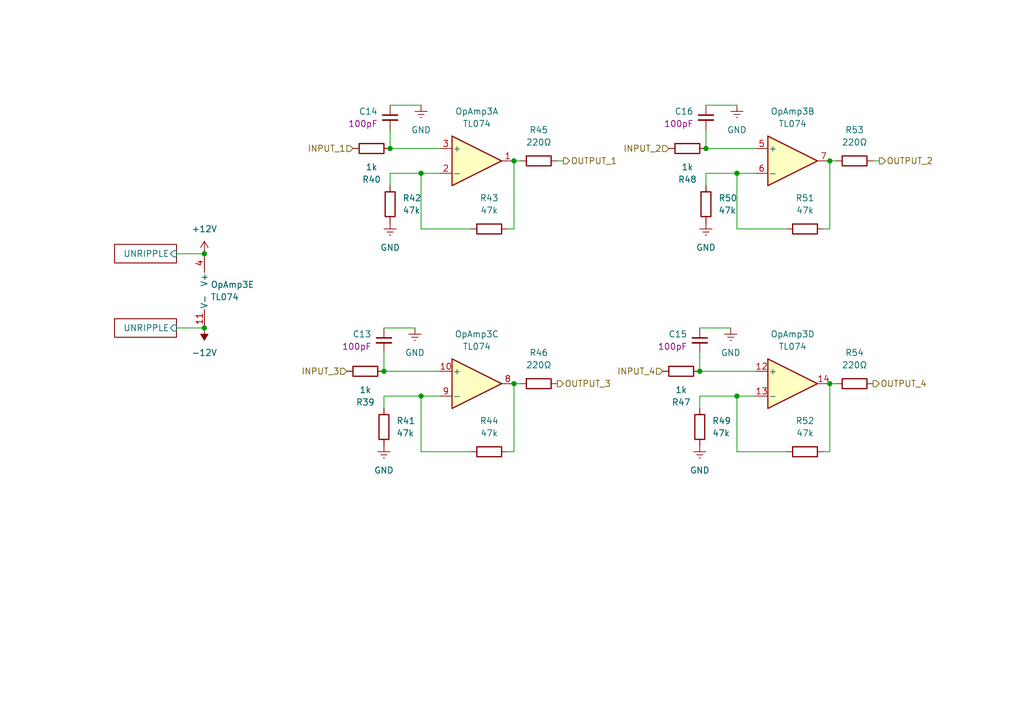
<source format=kicad_sch>
(kicad_sch (version 20250114) (generator "eeschema") (generator_version "9.0")
  (paper "A5")
  (title_block (title "MasterOfMuppets") (rev "0.0.0") (company "y3i12"))
  (lib_symbols
    (symbol "Amplifier_Operational:TL074" (pin_names (offset 0.127))
      (property "Reference" "U" (at 0 5.08 0))
      (property "Value" "TL074" (at 0 -5.08 0))
      (symbol "TL074_1_1"
        (polyline (pts (xy -5.08 5.08) (xy 5.08 0) (xy -5.08 -5.08) (xy -5.08 5.08)) (stroke (width 0.254)) (fill (type background)))
        (pin input line (at -7.62 2.54 0) (length 2.54) (name "+") (number "3"))
        (pin input line (at -7.62 -2.54 0) (length 2.54) (name "-") (number "2"))
        (pin output line (at 7.62 0 180) (length 2.54) (name "~") (number "1"))
      )
      (symbol "TL074_2_1"
        (polyline (pts (xy -5.08 5.08) (xy 5.08 0) (xy -5.08 -5.08) (xy -5.08 5.08)) (stroke (width 0.254)) (fill (type background)))
        (pin input line (at -7.62 2.54 0) (length 2.54) (name "+") (number "5"))
        (pin input line (at -7.62 -2.54 0) (length 2.54) (name "-") (number "6"))
        (pin output line (at 7.62 0 180) (length 2.54) (name "~") (number "7"))
      )
      (symbol "TL074_3_1"
        (polyline (pts (xy -5.08 5.08) (xy 5.08 0) (xy -5.08 -5.08) (xy -5.08 5.08)) (stroke (width 0.254)) (fill (type background)))
        (pin input line (at -7.62 2.54 0) (length 2.54) (name "+") (number "10"))
        (pin input line (at -7.62 -2.54 0) (length 2.54) (name "-") (number "9"))
        (pin output line (at 7.62 0 180) (length 2.54) (name "~") (number "8"))
      )
      (symbol "TL074_4_1"
        (polyline (pts (xy -5.08 5.08) (xy 5.08 0) (xy -5.08 -5.08) (xy -5.08 5.08)) (stroke (width 0.254)) (fill (type background)))
        (pin input line (at -7.62 2.54 0) (length 2.54) (name "+") (number "12"))
        (pin input line (at -7.62 -2.54 0) (length 2.54) (name "-") (number "13"))
        (pin output line (at 7.62 0 180) (length 2.54) (name "~") (number "14"))
      )
      (symbol "TL074_5_1"
        (pin power_in line (at -2.54 7.62 270) (length 3.81) (name "V+") (number "4"))
        (pin power_in line (at -2.54 -7.62 90) (length 3.81) (name "V-") (number "11"))
      )
    )
    (symbol "Device:R" (pin_numbers (hide yes)) (pin_names (offset 0))
      (property "Reference" "R" (at 2.032 0 90))
      (property "Value" "R" (at 0 0 90))
      (symbol "R_0_1"
        (rectangle (start -1.016 -2.54) (end 1.016 2.54) (stroke (width 0.254)))
      )
      (symbol "R_1_1"
        (pin passive line (at 0 3.81 270) (length 1.27) (name "~") (number "1"))
        (pin passive line (at 0 -3.81 90) (length 1.27) (name "~") (number "2"))
      )
    )
    (symbol "PCM_4ms_Capacitor:100pF_0603_50V" (pin_numbers (hide yes)) (pin_names (offset 0.254) (hide yes))
      (property "Reference" "C" (at 1.905 1.27 0))
      (property "Display" "100pF" (at 1.905 -1.27 0))
      (symbol "100pF_0603_50V_0_1"
        (polyline (pts (xy -1.524 0.508) (xy 1.524 0.508)) (stroke (width 0.3048)))
        (polyline (pts (xy -1.524 -0.508) (xy 1.524 -0.508)) (stroke (width 0.3302)))
      )
      (symbol "100pF_0603_50V_1_1"
        (pin passive line (at 0 2.54 270) (length 2.032) (name "~") (number "1"))
        (pin passive line (at 0 -2.54 90) (length 2.032) (name "~") (number "2"))
      )
    )
    (symbol "power:+12V" (power) (pin_numbers (hide yes)) (pin_names (offset 0) (hide yes))
      (property "Value" "+12V" (at 0 3.556 0))
      (symbol "+12V_0_1"
        (polyline (pts (xy -0.762 1.27) (xy 0 2.54)))
        (polyline (pts (xy 0 2.54) (xy 0.762 1.27)))
        (polyline (pts (xy 0 0) (xy 0 2.54)))
      )
      (symbol "+12V_1_1"
        (pin power_in line (at 0 0 90) (length 0) (name "~") (number "1"))
      )
    )
    (symbol "power:-12V" (power) (pin_numbers (hide yes)) (pin_names (offset 0) (hide yes))
      (property "Value" "-12V" (at 0 3.556 0))
      (symbol "-12V_0_0"
        (pin power_in line (at 0 0 90) (length 0) (name "~") (number "1"))
      )
      (symbol "-12V_0_1"
        (polyline (pts (xy 0 0) (xy 0 1.27) (xy 0.762 1.27) (xy 0 2.54) (xy -0.762 1.27) (xy 0 1.27)) (fill (type outline)))
      )
    )
    (symbol "power:GNDREF" (power) (pin_numbers (hide yes)) (pin_names (offset 0) (hide yes))
      (property "Value" "GNDREF" (at 0 -3.81 0))
      (symbol "GNDREF_0_1"
        (polyline (pts (xy -0.635 -1.905) (xy 0.635 -1.905)))
        (polyline (pts (xy -0.127 -2.54) (xy 0.127 -2.54)))
        (polyline (pts (xy 0 -1.27) (xy 0 0)))
        (polyline (pts (xy 1.27 -1.27) (xy -1.27 -1.27)))
      )
      (symbol "GNDREF_1_1"
        (pin power_in line (at 0 0 270) (length 0) (name "~") (number "1"))
      )
    )
  )
  (junction (at 143.51 76.2))
  (junction (at 41.91 67.31))
  (junction (at 170.18 78.74))
  (junction (at 144.78 30.48))
  (junction (at 170.18 33.02))
  (junction (at 86.36 35.56))
  (junction (at 151.13 35.56))
  (junction (at 151.13 81.28))
  (junction (at 80.01 30.48))
  (junction (at 105.41 78.74))
  (junction (at 105.41 33.02))
  (junction (at 78.74 76.2))
  (junction (at 86.36 81.28))
  (junction (at 41.91 52.07))
  (wire (pts (xy 151.13 35.56) (xy 144.78 35.56)))
  (wire (pts (xy 170.18 46.99) (xy 170.18 33.02)))
  (wire (pts (xy 104.14 92.71) (xy 105.41 92.71)))
  (wire (pts (xy 78.74 76.2) (xy 90.17 76.2)))
  (wire (pts (xy 143.51 81.28) (xy 151.13 81.28)))
  (wire (pts (xy 86.36 81.28) (xy 86.36 92.71)))
  (wire (pts (xy 114.3 33.02) (xy 115.57 33.02)))
  (wire (pts (xy 80.01 35.56) (xy 80.01 38.1)))
  (wire (pts (xy 179.07 33.02) (xy 180.34 33.02)))
  (wire (pts (xy 86.36 92.71) (xy 96.52 92.71)))
  (wire (pts (xy 154.94 35.56) (xy 151.13 35.56)))
  (wire (pts (xy 168.91 46.99) (xy 170.18 46.99)))
  (wire (pts (xy 143.51 72.39) (xy 143.51 76.2)))
  (wire (pts (xy 86.36 46.99) (xy 96.52 46.99)))
  (wire (pts (xy 144.78 21.59) (xy 151.13 21.59)))
  (wire (pts (xy 171.45 78.74) (xy 170.18 78.74)))
  (wire (pts (xy 36.195 67.31) (xy 41.91 67.31)))
  (wire (pts (xy 86.36 35.56) (xy 86.36 46.99)))
  (wire (pts (xy 144.78 30.48) (xy 154.94 30.48)))
  (wire (pts (xy 78.74 67.31) (xy 85.09 67.31)))
  (wire (pts (xy 80.01 26.67) (xy 80.01 30.48)))
  (wire (pts (xy 36.195 52.07) (xy 41.91 52.07)))
  (wire (pts (xy 170.18 92.71) (xy 170.18 78.74)))
  (wire (pts (xy 86.36 35.56) (xy 80.01 35.56)))
  (wire (pts (xy 80.01 21.59) (xy 86.36 21.59)))
  (wire (pts (xy 151.13 81.28) (xy 154.94 81.28)))
  (wire (pts (xy 78.74 72.39) (xy 78.74 76.2)))
  (wire (pts (xy 151.13 46.99) (xy 151.13 35.56)))
  (wire (pts (xy 144.78 35.56) (xy 144.78 38.1)))
  (wire (pts (xy 151.13 81.28) (xy 151.13 92.71)))
  (wire (pts (xy 90.17 35.56) (xy 86.36 35.56)))
  (wire (pts (xy 143.51 67.31) (xy 149.86 67.31)))
  (wire (pts (xy 105.41 46.99) (xy 105.41 33.02)))
  (wire (pts (xy 168.91 92.71) (xy 170.18 92.71)))
  (wire (pts (xy 143.51 83.82) (xy 143.51 81.28)))
  (wire (pts (xy 78.74 81.28) (xy 78.74 83.82)))
  (wire (pts (xy 106.68 33.02) (xy 105.41 33.02)))
  (wire (pts (xy 151.13 92.71) (xy 161.29 92.71)))
  (wire (pts (xy 143.51 76.2) (xy 154.94 76.2)))
  (wire (pts (xy 86.36 81.28) (xy 78.74 81.28)))
  (wire (pts (xy 171.45 33.02) (xy 170.18 33.02)))
  (wire (pts (xy 144.78 26.67) (xy 144.78 30.48)))
  (wire (pts (xy 80.01 30.48) (xy 90.17 30.48)))
  (wire (pts (xy 90.17 81.28) (xy 86.36 81.28)))
  (wire (pts (xy 104.14 46.99) (xy 105.41 46.99)))
  (wire (pts (xy 106.68 78.74) (xy 105.41 78.74)))
  (wire (pts (xy 151.13 46.99) (xy 161.29 46.99)))
  (wire (pts (xy 105.41 92.71) (xy 105.41 78.74)))
  (hierarchical_label "OUTPUT_3" (shape output) (at 114.3 78.74 0))
  (hierarchical_label "INPUT_1" (shape input) (at 72.39 30.48 180))
  (hierarchical_label "OUTPUT_1" (shape output) (at 115.57 33.02 0))
  (hierarchical_label "OUTPUT_2" (shape output) (at 180.34 33.02 0))
  (hierarchical_label "INPUT_2" (shape input) (at 137.16 30.48 180))
  (hierarchical_label "OUTPUT_4" (shape output) (at 179.07 78.74 0))
  (hierarchical_label "INPUT_4" (shape input) (at 135.89 76.2 180))
  (hierarchical_label "INPUT_3" (shape input) (at 71.12 76.2 180))
  (symbol (lib_id "Device:R") (at 175.26 33.02 90) (unit 1)
    (property "Reference" "R18" (at 175.26 26.67 90))
    (property "Value" "220Ω" (at 175.26 29.21 90))
    (property "Footprint" "Resistor_THT:R_Axial_DIN0204_L3.6mm_D1.6mm_P1.90mm_Vertical" (effects (hide yes)))
    (property "Description" "Resistor" (effects (hide yes)))
    (instances (project "MasterOfMuppets" (path "" (reference "R53") (unit 1)) (path "" (reference "R69") (unit 1)) (path "" (reference "R34") (unit 1)) (path "" (reference "R18") (unit 1))))
  )
  (symbol (lib_id "power:GNDREF") (at 149.86 67.31 0) (unit 1)
    (property "Reference" "#PWR021" (effects (hide yes)))
    (property "Value" "GND" (at 149.86 72.39 0))
    (property "Description" "Power symbol creates a global label with name \"GNDREF\" , reference supply ground" (effects (hide yes)))
    (instances (project "MasterOfMuppets" (path "" (reference "#PWR043") (unit 1)) (path "" (reference "#PWR053") (unit 1)) (path "" (reference "#PWR031") (unit 1)) (path "" (reference "#PWR021") (unit 1))))
  )
  (symbol (lib_id "Device:R") (at 140.97 30.48 90) (mirror x) (unit 1)
    (property "Reference" "R13" (at 140.97 36.83 90))
    (property "Value" "1k" (at 140.97 34.29 90))
    (property "Footprint" "Resistor_THT:R_Axial_DIN0204_L3.6mm_D1.6mm_P1.90mm_Vertical" (effects (hide yes)))
    (property "Description" "Resistor" (effects (hide yes)))
    (instances (project "MasterOfMuppets" (path "" (reference "R48") (unit 1)) (path "" (reference "R64") (unit 1)) (path "" (reference "R29") (unit 1)) (path "" (reference "R13") (unit 1))))
  )
  (symbol (lib_id "power:GNDREF") (at 78.74 91.44 0) (unit 1)
    (property "Reference" "#PWR015" (effects (hide yes)))
    (property "Value" "GND" (at 78.74 96.52 0))
    (property "Description" "Power symbol creates a global label with name \"GNDREF\" , reference supply ground" (effects (hide yes)))
    (instances (project "MasterOfMuppets" (path "" (reference "#PWR037") (unit 1)) (path "" (reference "#PWR047") (unit 1)) (path "" (reference "#PWR025") (unit 1)) (path "" (reference "#PWR015") (unit 1))))
  )
  (symbol (lib_id "Device:R") (at 139.7 76.2 90) (mirror x) (unit 1)
    (property "Reference" "R12" (at 139.7 82.55 90))
    (property "Value" "1k" (at 139.7 80.01 90))
    (property "Footprint" "Resistor_THT:R_Axial_DIN0204_L3.6mm_D1.6mm_P1.90mm_Vertical" (effects (hide yes)))
    (property "Description" "Resistor" (effects (hide yes)))
    (instances (project "MasterOfMuppets" (path "" (reference "R47") (unit 1)) (path "" (reference "R63") (unit 1)) (path "" (reference "R28") (unit 1)) (path "" (reference "R12") (unit 1))))
  )
  (symbol (lib_id "Amplifier_Operational:TL074") (at 162.56 33.02 0) (unit 2)
    (property "Reference" "OpAmp1" (at 162.56 22.86 0))
    (property "Value" "TL074" (at 162.56 25.4 0))
    (property "Footprint" "Package_DIP:DIP-14_W7.62mm_Socket" (effects (hide yes)))
    (property "Datasheet" "http://www.ti.com/lit/ds/symlink/tl071.pdf" (effects (hide yes)))
    (property "Description" "Quad Low-Noise JFET-Input Operational Amplifiers, DIP-14/SOIC-14" (effects (hide yes)))
    (instances (project "MasterOfMuppets" (path "" (reference "OpAmp3") (unit 2)) (path "" (reference "OpAmp4") (unit 2)) (path "" (reference "OpAmp2") (unit 2)) (path "" (reference "OpAmp1") (unit 2))))
  )
  (symbol (lib_id "Device:R") (at 78.74 87.63 0) (unit 1)
    (property "Reference" "R6" (at 81.28 86.3599 0) (effects (justify left)))
    (property "Value" "47k" (at 81.28 88.8999 0) (effects (justify left)))
    (property "Footprint" "Resistor_THT:R_Axial_DIN0204_L3.6mm_D1.6mm_P1.90mm_Vertical" (effects (hide yes)))
    (property "Description" "Resistor" (effects (hide yes)))
    (instances (project "MasterOfMuppets" (path "" (reference "R41") (unit 1)) (path "" (reference "R57") (unit 1)) (path "" (reference "R22") (unit 1)) (path "" (reference "R6") (unit 1))))
  )
  (symbol (lib_id "PCM_4ms_Capacitor:100pF_0603_50V") (at 80.01 24.13 0) (mirror y) (unit 1)
    (property "Reference" "C6" (at 77.47 22.8662 0) (effects (justify left)))
    (property "Value" "100pF_0603_50V" (effects (hide yes)))
    (property "Footprint" "4ms_Capacitor:C_0603" (effects (hide yes)))
    (property "Description" "100pF, Min. 50V 10%, NP0" (effects (hide yes)))
    (property "Specifications" "100pF, Min. 50V 10% NP0 or C0G" (effects (hide yes)))
    (property "Manufacturer" "Yageo" (effects (hide yes)))
    (property "Part Number" "CC0603JRNPO9BN101" (effects (hide yes)))
    (property "Display" "100pF" (at 77.47 25.4062 0) (effects (justify left)))
    (property "JLCPCB ID" "C14858" (effects (hide yes)))
    (instances (project "" (path "" (reference "C14") (unit 1)) (path "" (reference "C18") (unit 1)) (path "" (reference "C10") (unit 1)) (path "" (reference "C6") (unit 1))))
  )
  (symbol (lib_id "Device:R") (at 175.26 78.74 90) (unit 1)
    (property "Reference" "R19" (at 175.26 72.39 90))
    (property "Value" "220Ω" (at 175.26 74.93 90))
    (property "Footprint" "Resistor_THT:R_Axial_DIN0204_L3.6mm_D1.6mm_P1.90mm_Vertical" (effects (hide yes)))
    (property "Description" "Resistor" (effects (hide yes)))
    (instances (project "MasterOfMuppets" (path "" (reference "R54") (unit 1)) (path "" (reference "R70") (unit 1)) (path "" (reference "R35") (unit 1)) (path "" (reference "R19") (unit 1))))
  )
  (symbol (lib_id "power:GNDREF") (at 144.78 45.72 0) (unit 1)
    (property "Reference" "#PWR020" (effects (hide yes)))
    (property "Value" "GND" (at 144.78 50.8 0))
    (property "Description" "Power symbol creates a global label with name \"GNDREF\" , reference supply ground" (effects (hide yes)))
    (instances (project "MasterOfMuppets" (path "" (reference "#PWR042") (unit 1)) (path "" (reference "#PWR052") (unit 1)) (path "" (reference "#PWR030") (unit 1)) (path "" (reference "#PWR020") (unit 1))))
  )
  (symbol (lib_id "power:+12V") (at 41.91 52.07 0) (unit 1)
    (property "Reference" "#PWR013" (effects (hide yes)))
    (property "Value" "+12V" (at 41.91 46.99 0))
    (property "Description" "Power symbol creates a global label with name \"+12V\"" (effects (hide yes)))
    (instances (project "MasterOfMuppets" (path "" (reference "#PWR035") (unit 1)) (path "" (reference "#PWR045") (unit 1)) (path "" (reference "#PWR023") (unit 1)) (path "" (reference "#PWR013") (unit 1))))
  )
  (symbol (lib_id "Device:R") (at 80.01 41.91 0) (unit 1)
    (property "Reference" "R7" (at 82.55 40.6399 0) (effects (justify left)))
    (property "Value" "47k" (at 82.55 43.1799 0) (effects (justify left)))
    (property "Footprint" "Resistor_THT:R_Axial_DIN0204_L3.6mm_D1.6mm_P1.90mm_Vertical" (effects (hide yes)))
    (property "Description" "Resistor" (effects (hide yes)))
    (instances (project "MasterOfMuppets" (path "" (reference "R42") (unit 1)) (path "" (reference "R58") (unit 1)) (path "" (reference "R23") (unit 1)) (path "" (reference "R7") (unit 1))))
  )
  (symbol (lib_id "Device:R") (at 76.2 30.48 90) (mirror x) (unit 1)
    (property "Reference" "R5" (at 76.2 36.83 90))
    (property "Value" "1k" (at 76.2 34.29 90))
    (property "Footprint" "Resistor_THT:R_Axial_DIN0204_L3.6mm_D1.6mm_P1.90mm_Vertical" (effects (hide yes)))
    (property "Description" "Resistor" (effects (hide yes)))
    (instances (project "MasterOfMuppets" (path "" (reference "R40") (unit 1)) (path "" (reference "R56") (unit 1)) (path "" (reference "R21") (unit 1)) (path "" (reference "R5") (unit 1))))
  )
  (symbol (lib_id "Device:R") (at 110.49 78.74 90) (unit 1)
    (property "Reference" "R11" (at 110.49 72.39 90))
    (property "Value" "220Ω" (at 110.49 74.93 90))
    (property "Footprint" "Resistor_THT:R_Axial_DIN0204_L3.6mm_D1.6mm_P1.90mm_Vertical" (effects (hide yes)))
    (property "Description" "Resistor" (effects (hide yes)))
    (instances (project "MasterOfMuppets" (path "" (reference "R46") (unit 1)) (path "" (reference "R62") (unit 1)) (path "" (reference "R27") (unit 1)) (path "" (reference "R11") (unit 1))))
  )
  (symbol (lib_id "power:GNDREF") (at 80.01 45.72 0) (unit 1)
    (property "Reference" "#PWR016" (effects (hide yes)))
    (property "Value" "GND" (at 80.01 50.8 0))
    (property "Description" "Power symbol creates a global label with name \"GNDREF\" , reference supply ground" (effects (hide yes)))
    (instances (project "MasterOfMuppets" (path "" (reference "#PWR038") (unit 1)) (path "" (reference "#PWR048") (unit 1)) (path "" (reference "#PWR026") (unit 1)) (path "" (reference "#PWR016") (unit 1))))
  )
  (symbol (lib_id "power:GNDREF") (at 85.09 67.31 0) (unit 1)
    (property "Reference" "#PWR017" (effects (hide yes)))
    (property "Value" "GND" (at 85.09 72.39 0))
    (property "Description" "Power symbol creates a global label with name \"GNDREF\" , reference supply ground" (effects (hide yes)))
    (instances (project "MasterOfMuppets" (path "" (reference "#PWR039") (unit 1)) (path "" (reference "#PWR049") (unit 1)) (path "" (reference "#PWR027") (unit 1)) (path "" (reference "#PWR017") (unit 1))))
  )
  (symbol (lib_id "Amplifier_Operational:TL074") (at 97.79 78.74 0) (unit 3)
    (property "Reference" "OpAmp1" (at 97.79 68.58 0))
    (property "Value" "TL074" (at 97.79 71.12 0))
    (property "Footprint" "Package_DIP:DIP-14_W7.62mm_Socket" (effects (hide yes)))
    (property "Datasheet" "http://www.ti.com/lit/ds/symlink/tl071.pdf" (effects (hide yes)))
    (property "Description" "Quad Low-Noise JFET-Input Operational Amplifiers, DIP-14/SOIC-14" (effects (hide yes)))
    (instances (project "MasterOfMuppets" (path "" (reference "OpAmp3") (unit 3)) (path "" (reference "OpAmp4") (unit 3)) (path "" (reference "OpAmp2") (unit 3)) (path "" (reference "OpAmp1") (unit 3))))
  )
  (symbol (lib_id "Device:R") (at 165.1 92.71 90) (unit 1)
    (property "Reference" "R17" (at 165.1 86.36 90))
    (property "Value" "47k" (at 165.1 88.9 90))
    (property "Footprint" "Resistor_THT:R_Axial_DIN0204_L3.6mm_D1.6mm_P1.90mm_Vertical" (effects (hide yes)))
    (property "Description" "Resistor" (effects (hide yes)))
    (instances (project "MasterOfMuppets" (path "" (reference "R52") (unit 1)) (path "" (reference "R68") (unit 1)) (path "" (reference "R33") (unit 1)) (path "" (reference "R17") (unit 1))))
  )
  (symbol (lib_id "Device:R") (at 165.1 46.99 90) (unit 1)
    (property "Reference" "R16" (at 165.1 40.64 90))
    (property "Value" "47k" (at 165.1 43.18 90))
    (property "Footprint" "Resistor_THT:R_Axial_DIN0204_L3.6mm_D1.6mm_P1.90mm_Vertical" (effects (hide yes)))
    (property "Description" "Resistor" (effects (hide yes)))
    (instances (project "MasterOfMuppets" (path "" (reference "R51") (unit 1)) (path "" (reference "R67") (unit 1)) (path "" (reference "R32") (unit 1)) (path "" (reference "R16") (unit 1))))
  )
  (symbol (lib_id "Amplifier_Operational:TL074") (at 44.45 59.69 0) (unit 5)
    (property "Reference" "OpAmp1" (at 43.18 58.4199 0) (effects (justify left)))
    (property "Value" "TL074" (at 43.18 60.9599 0) (effects (justify left)))
    (property "Footprint" "Package_DIP:DIP-14_W7.62mm_Socket" (effects (hide yes)))
    (property "Datasheet" "http://www.ti.com/lit/ds/symlink/tl071.pdf" (effects (hide yes)))
    (property "Description" "Quad Low-Noise JFET-Input Operational Amplifiers, DIP-14/SOIC-14" (effects (hide yes)))
    (instances (project "MasterOfMuppets" (path "" (reference "OpAmp3") (unit 5)) (path "" (reference "OpAmp4") (unit 5)) (path "" (reference "OpAmp2") (unit 5)) (path "" (reference "OpAmp1") (unit 5))))
  )
  (symbol (lib_id "Amplifier_Operational:TL074") (at 97.79 33.02 0) (unit 1)
    (property "Reference" "OpAmp1" (at 97.79 22.86 0))
    (property "Value" "TL074" (at 97.79 25.4 0))
    (property "Footprint" "Package_DIP:DIP-14_W7.62mm_Socket" (effects (hide yes)))
    (property "Datasheet" "http://www.ti.com/lit/ds/symlink/tl071.pdf" (effects (hide yes)))
    (property "Description" "Quad Low-Noise JFET-Input Operational Amplifiers, DIP-14/SOIC-14" (effects (hide yes)))
    (instances (project "MasterOfMuppets" (path "" (reference "OpAmp3") (unit 1)) (path "" (reference "OpAmp4") (unit 1)) (path "" (reference "OpAmp2") (unit 1)) (path "" (reference "OpAmp1") (unit 1))))
  )
  (symbol (lib_id "Device:R") (at 110.49 33.02 90) (unit 1)
    (property "Reference" "R10" (at 110.49 26.67 90))
    (property "Value" "220Ω" (at 110.49 29.21 90))
    (property "Footprint" "Resistor_THT:R_Axial_DIN0204_L3.6mm_D1.6mm_P1.90mm_Vertical" (effects (hide yes)))
    (property "Description" "Resistor" (effects (hide yes)))
    (instances (project "MasterOfMuppets" (path "" (reference "R45") (unit 1)) (path "" (reference "R61") (unit 1)) (path "" (reference "R26") (unit 1)) (path "" (reference "R10") (unit 1))))
  )
  (symbol (lib_id "power:GNDREF") (at 151.13 21.59 0) (unit 1)
    (property "Reference" "#PWR022" (effects (hide yes)))
    (property "Value" "GND" (at 151.13 26.67 0))
    (property "Description" "Power symbol creates a global label with name \"GNDREF\" , reference supply ground" (effects (hide yes)))
    (instances (project "MasterOfMuppets" (path "" (reference "#PWR044") (unit 1)) (path "" (reference "#PWR054") (unit 1)) (path "" (reference "#PWR032") (unit 1)) (path "" (reference "#PWR022") (unit 1))))
  )
  (symbol (lib_id "PCM_4ms_Capacitor:100pF_0603_50V") (at 144.78 24.13 0) (mirror y) (unit 1)
    (property "Reference" "C8" (at 142.24 22.8662 0) (effects (justify left)))
    (property "Value" "100pF_0603_50V" (effects (hide yes)))
    (property "Footprint" "4ms_Capacitor:C_0603" (effects (hide yes)))
    (property "Description" "100pF, Min. 50V 10%, NP0" (effects (hide yes)))
    (property "Specifications" "100pF, Min. 50V 10% NP0 or C0G" (effects (hide yes)))
    (property "Manufacturer" "Yageo" (effects (hide yes)))
    (property "Part Number" "CC0603JRNPO9BN101" (effects (hide yes)))
    (property "Display" "100pF" (at 142.24 25.4062 0) (effects (justify left)))
    (property "JLCPCB ID" "C14858" (effects (hide yes)))
    (instances (project "MasterOfMuppets" (path "" (reference "C16") (unit 1)) (path "" (reference "C20") (unit 1)) (path "" (reference "C12") (unit 1)) (path "" (reference "C8") (unit 1))))
  )
  (symbol (lib_id "Device:R") (at 100.33 46.99 90) (unit 1)
    (property "Reference" "R8" (at 100.33 40.64 90))
    (property "Value" "47k" (at 100.33 43.18 90))
    (property "Footprint" "Resistor_THT:R_Axial_DIN0204_L3.6mm_D1.6mm_P1.90mm_Vertical" (effects (hide yes)))
    (property "Description" "Resistor" (effects (hide yes)))
    (instances (project "MasterOfMuppets" (path "" (reference "R43") (unit 1)) (path "" (reference "R59") (unit 1)) (path "" (reference "R24") (unit 1)) (path "" (reference "R8") (unit 1))))
  )
  (symbol (lib_id "power:GNDREF") (at 143.51 91.44 0) (unit 1)
    (property "Reference" "#PWR019" (effects (hide yes)))
    (property "Value" "GND" (at 143.51 96.52 0))
    (property "Description" "Power symbol creates a global label with name \"GNDREF\" , reference supply ground" (effects (hide yes)))
    (instances (project "MasterOfMuppets" (path "" (reference "#PWR041") (unit 1)) (path "" (reference "#PWR051") (unit 1)) (path "" (reference "#PWR029") (unit 1)) (path "" (reference "#PWR019") (unit 1))))
  )
  (symbol (lib_id "PCM_4ms_Capacitor:100pF_0603_50V") (at 143.51 69.85 0) (mirror y) (unit 1)
    (property "Reference" "C7" (at 140.97 68.5862 0) (effects (justify left)))
    (property "Value" "100pF_0603_50V" (effects (hide yes)))
    (property "Footprint" "4ms_Capacitor:C_0603" (effects (hide yes)))
    (property "Description" "100pF, Min. 50V 10%, NP0" (effects (hide yes)))
    (property "Specifications" "100pF, Min. 50V 10% NP0 or C0G" (effects (hide yes)))
    (property "Manufacturer" "Yageo" (effects (hide yes)))
    (property "Part Number" "CC0603JRNPO9BN101" (effects (hide yes)))
    (property "Display" "100pF" (at 140.97 71.1262 0) (effects (justify left)))
    (property "JLCPCB ID" "C14858" (effects (hide yes)))
    (instances (project "MasterOfMuppets" (path "" (reference "C15") (unit 1)) (path "" (reference "C19") (unit 1)) (path "" (reference "C11") (unit 1)) (path "" (reference "C7") (unit 1))))
  )
  (symbol (lib_id "Device:R") (at 74.93 76.2 90) (mirror x) (unit 1)
    (property "Reference" "R4" (at 74.93 82.55 90))
    (property "Value" "1k" (at 74.93 80.01 90))
    (property "Footprint" "Resistor_THT:R_Axial_DIN0204_L3.6mm_D1.6mm_P1.90mm_Vertical" (effects (hide yes)))
    (property "Description" "Resistor" (effects (hide yes)))
    (instances (project "MasterOfMuppets" (path "" (reference "R39") (unit 1)) (path "" (reference "R55") (unit 1)) (path "" (reference "R20") (unit 1)) (path "" (reference "R4") (unit 1))))
  )
  (symbol (lib_id "Device:R") (at 144.78 41.91 0) (unit 1)
    (property "Reference" "R15" (at 147.32 40.6399 0) (effects (justify left)))
    (property "Value" "47k" (at 147.32 43.1799 0) (effects (justify left)))
    (property "Footprint" "Resistor_THT:R_Axial_DIN0204_L3.6mm_D1.6mm_P1.90mm_Vertical" (effects (hide yes)))
    (property "Description" "Resistor" (effects (hide yes)))
    (instances (project "MasterOfMuppets" (path "" (reference "R50") (unit 1)) (path "" (reference "R66") (unit 1)) (path "" (reference "R31") (unit 1)) (path "" (reference "R15") (unit 1))))
  )
  (symbol (lib_id "Amplifier_Operational:TL074") (at 162.56 78.74 0) (unit 4)
    (property "Reference" "OpAmp1" (at 162.56 68.58 0))
    (property "Value" "TL074" (at 162.56 71.12 0))
    (property "Footprint" "Package_DIP:DIP-14_W7.62mm_Socket" (effects (hide yes)))
    (property "Datasheet" "http://www.ti.com/lit/ds/symlink/tl071.pdf" (effects (hide yes)))
    (property "Description" "Quad Low-Noise JFET-Input Operational Amplifiers, DIP-14/SOIC-14" (effects (hide yes)))
    (instances (project "MasterOfMuppets" (path "" (reference "OpAmp3") (unit 4)) (path "" (reference "OpAmp4") (unit 4)) (path "" (reference "OpAmp2") (unit 4)) (path "" (reference "OpAmp1") (unit 4))))
  )
  (symbol (lib_id "PCM_4ms_Capacitor:100pF_0603_50V") (at 78.74 69.85 0) (mirror y) (unit 1)
    (property "Reference" "C5" (at 76.2 68.5862 0) (effects (justify left)))
    (property "Value" "100pF_0603_50V" (effects (hide yes)))
    (property "Footprint" "4ms_Capacitor:C_0603" (effects (hide yes)))
    (property "Description" "100pF, Min. 50V 10%, NP0" (effects (hide yes)))
    (property "Specifications" "100pF, Min. 50V 10% NP0 or C0G" (effects (hide yes)))
    (property "Manufacturer" "Yageo" (effects (hide yes)))
    (property "Part Number" "CC0603JRNPO9BN101" (effects (hide yes)))
    (property "Display" "100pF" (at 76.2 71.1262 0) (effects (justify left)))
    (property "JLCPCB ID" "C14858" (effects (hide yes)))
    (instances (project "MasterOfMuppets" (path "" (reference "C13") (unit 1)) (path "" (reference "C17") (unit 1)) (path "" (reference "C9") (unit 1)) (path "" (reference "C5") (unit 1))))
  )
  (symbol (lib_id "power:-12V") (at 41.91 67.31 180) (unit 1)
    (property "Reference" "#PWR014" (effects (hide yes)))
    (property "Value" "-12V" (at 41.91 72.39 0))
    (property "Description" "Power symbol creates a global label with name \"-12V\"" (effects (hide yes)))
    (instances (project "MasterOfMuppets" (path "" (reference "#PWR036") (unit 1)) (path "" (reference "#PWR046") (unit 1)) (path "" (reference "#PWR024") (unit 1)) (path "" (reference "#PWR014") (unit 1))))
  )
  (symbol (lib_id "power:GNDREF") (at 86.36 21.59 0) (unit 1)
    (property "Reference" "#PWR018" (effects (hide yes)))
    (property "Value" "GND" (at 86.36 26.67 0))
    (property "Description" "Power symbol creates a global label with name \"GNDREF\" , reference supply ground" (effects (hide yes)))
    (instances (project "MasterOfMuppets" (path "" (reference "#PWR040") (unit 1)) (path "" (reference "#PWR050") (unit 1)) (path "" (reference "#PWR028") (unit 1)) (path "" (reference "#PWR018") (unit 1))))
  )
  (symbol (lib_id "Device:R") (at 100.33 92.71 90) (unit 1)
    (property "Reference" "R9" (at 100.33 86.36 90))
    (property "Value" "47k" (at 100.33 88.9 90))
    (property "Footprint" "Resistor_THT:R_Axial_DIN0204_L3.6mm_D1.6mm_P1.90mm_Vertical" (effects (hide yes)))
    (property "Description" "Resistor" (effects (hide yes)))
    (instances (project "MasterOfMuppets" (path "" (reference "R44") (unit 1)) (path "" (reference "R60") (unit 1)) (path "" (reference "R25") (unit 1)) (path "" (reference "R9") (unit 1))))
  )
  (symbol (lib_id "Device:R") (at 143.51 87.63 0) (unit 1)
    (property "Reference" "R14" (at 146.05 86.3599 0) (effects (justify left)))
    (property "Value" "47k" (at 146.05 88.8999 0) (effects (justify left)))
    (property "Footprint" "Resistor_THT:R_Axial_DIN0204_L3.6mm_D1.6mm_P1.90mm_Vertical" (effects (hide yes)))
    (property "Description" "Resistor" (effects (hide yes)))
    (instances (project "MasterOfMuppets" (path "" (reference "R49") (unit 1)) (path "" (reference "R65") (unit 1)) (path "" (reference "R30") (unit 1)) (path "" (reference "R14") (unit 1))))
  )
  (sheet (at 23.495 65.405) (size 12.7 3.81) (stroke (width 0.1524))
    (property "Sheetname" "UNRIPPLE_MODULE2" (effects (hide yes)))
    (property "Sheetfile" "unripple_module.kicad_sch" (effects (hide yes)))
    (pin "UNRIPPLE" input (at 36.195 67.31 0))
  )
  (sheet (at 23.495 50.165) (size 12.7 3.81) (stroke (width 0.1524))
    (property "Sheetname" "UNRIPPLE_MODULE1" (effects (hide yes)))
    (property "Sheetfile" "unripple_module.kicad_sch" (effects (hide yes)))
    (pin "UNRIPPLE" input (at 36.195 52.07 0))
  )
)
</source>
